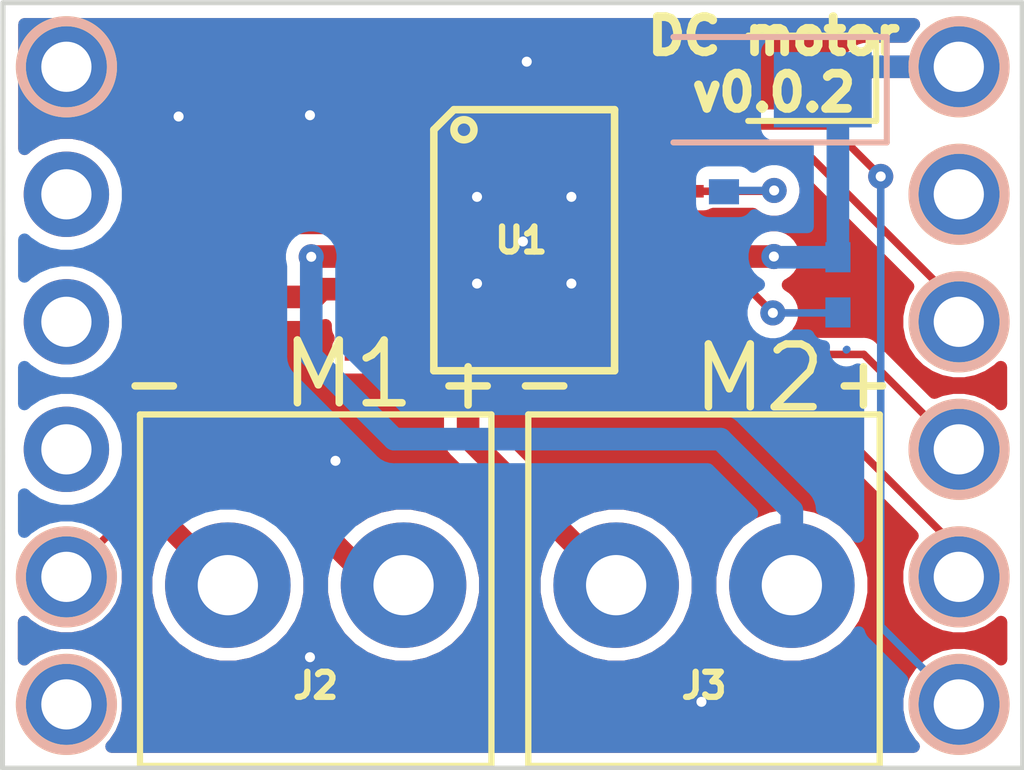
<source format=kicad_pcb>
(kicad_pcb (version 20171130) (host pcbnew "(5.1.6)-1")

  (general
    (thickness 1.6)
    (drawings 27)
    (tracks 102)
    (zones 0)
    (modules 11)
    (nets 22)
  )

  (page A4)
  (layers
    (0 F.Cu signal)
    (31 B.Cu signal)
    (32 B.Adhes user hide)
    (33 F.Adhes user hide)
    (34 B.Paste user hide)
    (35 F.Paste user hide)
    (36 B.SilkS user hide)
    (37 F.SilkS user)
    (38 B.Mask user hide)
    (39 F.Mask user hide)
    (40 Dwgs.User user hide)
    (41 Cmts.User user hide)
    (42 Eco1.User user hide)
    (43 Eco2.User user hide)
    (44 Edge.Cuts user)
    (45 Margin user hide)
    (46 B.CrtYd user)
    (47 F.CrtYd user)
    (48 B.Fab user)
    (49 F.Fab user)
  )

  (setup
    (last_trace_width 0.15)
    (user_trace_width 0.15)
    (user_trace_width 0.45)
    (trace_clearance 0.2)
    (zone_clearance 0.254)
    (zone_45_only no)
    (trace_min 0.15)
    (via_size 0.5)
    (via_drill 0.2)
    (via_min_size 0.2)
    (via_min_drill 0.2)
    (uvia_size 0.3)
    (uvia_drill 0.1)
    (uvias_allowed no)
    (uvia_min_size 0.2)
    (uvia_min_drill 0.1)
    (edge_width 0.15)
    (segment_width 0.2)
    (pcb_text_width 0.3)
    (pcb_text_size 1.5 1.5)
    (mod_edge_width 0.15)
    (mod_text_size 1 1)
    (mod_text_width 0.15)
    (pad_size 1.524 1.524)
    (pad_drill 0.762)
    (pad_to_mask_clearance 0)
    (solder_mask_min_width 0.25)
    (aux_axis_origin 0 0)
    (grid_origin 90.412501 5.335001)
    (visible_elements 7EFFEF7F)
    (pcbplotparams
      (layerselection 0x310ec_ffffffff)
      (usegerberextensions false)
      (usegerberattributes false)
      (usegerberadvancedattributes false)
      (creategerberjobfile false)
      (excludeedgelayer true)
      (linewidth 0.100000)
      (plotframeref false)
      (viasonmask false)
      (mode 1)
      (useauxorigin false)
      (hpglpennumber 1)
      (hpglpenspeed 20)
      (hpglpendiameter 15.000000)
      (psnegative false)
      (psa4output false)
      (plotreference true)
      (plotvalue true)
      (plotinvisibletext false)
      (padsonsilk false)
      (subtractmaskfromsilk false)
      (outputformat 1)
      (mirror false)
      (drillshape 0)
      (scaleselection 1)
      (outputdirectory "l0_DC_motor_Fab"))
  )

  (net 0 "")
  (net 1 +3V3)
  (net 2 /Robus_PS)
  (net 3 /NO_PWM2)
  (net 4 /NO_PWM1)
  (net 5 /NC_PWM1)
  (net 6 /~nSLEEP)
  (net 7 "Net-(J1-Pad9)")
  (net 8 /NC_PWM2)
  (net 9 "Net-(J1-Pad10)")
  (net 10 /~nFAULT)
  (net 11 "Net-(J1-Pad8)")
  (net 12 "Net-(R1-Pad1)")
  (net 13 GND)
  (net 14 "Net-(R2-Pad1)")
  (net 15 "Net-(R3-Pad1)")
  (net 16 "Net-(J2-Pad1)")
  (net 17 "Net-(J2-Pad2)")
  (net 18 "Net-(J3-Pad2)")
  (net 19 "Net-(J3-Pad1)")
  (net 20 "Net-(C2-Pad2)")
  (net 21 "Net-(C3-Pad1)")

  (net_class Default "Ceci est la Netclass par défaut."
    (clearance 0.2)
    (trace_width 0.15)
    (via_dia 0.5)
    (via_drill 0.2)
    (uvia_dia 0.3)
    (uvia_drill 0.1)
    (add_net +3V3)
    (add_net /NC_PWM1)
    (add_net /NC_PWM2)
    (add_net /NO_PWM1)
    (add_net /NO_PWM2)
    (add_net /Robus_PS)
    (add_net /~nFAULT)
    (add_net /~nSLEEP)
    (add_net GND)
    (add_net "Net-(C2-Pad2)")
    (add_net "Net-(C3-Pad1)")
    (add_net "Net-(J1-Pad10)")
    (add_net "Net-(J1-Pad8)")
    (add_net "Net-(J1-Pad9)")
    (add_net "Net-(R1-Pad1)")
    (add_net "Net-(R2-Pad1)")
    (add_net "Net-(R3-Pad1)")
  )

  (net_class Moteur ""
    (clearance 0.2)
    (trace_width 0.45)
    (via_dia 0.5)
    (via_drill 0.2)
    (uvia_dia 0.3)
    (uvia_drill 0.1)
    (add_net "Net-(J2-Pad1)")
    (add_net "Net-(J2-Pad2)")
    (add_net "Net-(J3-Pad1)")
    (add_net "Net-(J3-Pad2)")
  )

  (module Common_Footprint:l0_Shield_Socket (layer F.Cu) (tedit 5C657850) (tstamp 5F98AECF)
    (at 99.300001 -1.014999)
    (path /5A9D7FAF)
    (fp_text reference J1 (at 0 0.5) (layer F.SilkS) hide
      (effects (font (size 1 1) (thickness 0.15)))
    )
    (fp_text value l0_Shield_Socket (at 0 -0.5) (layer F.Fab) hide
      (effects (font (size 1 1) (thickness 0.15)))
    )
    (fp_line (start 10.15 -7.625) (end 10.16 7.62) (layer Edge.Cuts) (width 0.1))
    (fp_line (start -10.16 7.62) (end 10.16 7.62) (layer Edge.Cuts) (width 0.1))
    (fp_line (start -10.15 -7.625) (end 10.15 -7.625) (layer Edge.Cuts) (width 0.1))
    (fp_line (start -10.15 -7.625) (end -10.16 7.62) (layer Edge.Cuts) (width 0.1))
    (pad 5 thru_hole circle (at 8.8875 -3.81 270) (size 1.7 1.7) (drill 1) (layers *.Cu *.Mask)
      (net 1 +3V3))
    (pad 6 thru_hole circle (at 8.8875 -6.35 270) (size 1.7 1.7) (drill 1) (layers *.Cu *.Mask)
      (net 2 /Robus_PS))
    (pad 2 thru_hole circle (at 8.8875 3.81 270) (size 1.7 1.7) (drill 1) (layers *.Cu *.Mask)
      (net 3 /NO_PWM2))
    (pad 4 thru_hole circle (at 8.8875 -1.27 270) (size 1.7 1.7) (drill 1) (layers *.Cu *.Mask)
      (net 4 /NO_PWM1))
    (pad 1 thru_hole circle (at 8.8875 6.35 270) (size 1.7 1.7) (drill 1) (layers *.Cu *.Mask)
      (net 5 /NC_PWM1))
    (pad 7 thru_hole circle (at -8.8875 -6.35 270) (size 1.7 1.7) (drill 1) (layers *.Cu *.Mask)
      (net 13 GND))
    (pad 11 thru_hole circle (at -8.8875 3.81 270) (size 1.7 1.7) (drill 1) (layers *.Cu *.Mask)
      (net 6 /~nSLEEP))
    (pad 9 thru_hole circle (at -8.8875 -1.27 270) (size 1.7 1.7) (drill 1) (layers *.Cu *.Mask)
      (net 7 "Net-(J1-Pad9)"))
    (pad 3 thru_hole circle (at 8.8875 1.27 270) (size 1.7 1.7) (drill 1) (layers *.Cu *.Mask)
      (net 8 /NC_PWM2))
    (pad 10 thru_hole circle (at -8.8875 1.27 270) (size 1.7 1.7) (drill 1) (layers *.Cu *.Mask)
      (net 9 "Net-(J1-Pad10)"))
    (pad 12 thru_hole circle (at -8.8875 6.35 270) (size 1.7 1.7) (drill 1) (layers *.Cu *.Mask)
      (net 10 /~nFAULT))
    (pad 8 thru_hole circle (at -8.8875 -3.81 270) (size 1.7 1.7) (drill 1) (layers *.Cu *.Mask)
      (net 11 "Net-(J1-Pad8)"))
  )

  (module Common_Footprint:R_0603 (layer F.Cu) (tedit 5AB3A492) (tstamp 5F98ADFC)
    (at 94.070101 -5.688599 90)
    (descr "Resistor SMD 0603, reflow soldering, Vishay (see dcrcw.pdf)")
    (tags "resistor 0603")
    (path /5A9FF4C1)
    (attr smd)
    (fp_text reference R3 (at 0 -1.45 90) (layer F.SilkS) hide
      (effects (font (size 1 1) (thickness 0.15)))
    )
    (fp_text value 300m (at 0 1.5 90) (layer F.Fab) hide
      (effects (font (size 1 1) (thickness 0.15)))
    )
    (fp_line (start -0.8 0.4) (end -0.8 -0.4) (layer F.Fab) (width 0.1))
    (fp_line (start 0.8 0.4) (end -0.8 0.4) (layer F.Fab) (width 0.1))
    (fp_line (start 0.8 -0.4) (end 0.8 0.4) (layer F.Fab) (width 0.1))
    (fp_line (start -0.8 -0.4) (end 0.8 -0.4) (layer F.Fab) (width 0.1))
    (fp_line (start -1.25 -0.7) (end 1.25 -0.7) (layer F.CrtYd) (width 0.05))
    (fp_line (start -1.25 -0.7) (end -1.25 0.7) (layer F.CrtYd) (width 0.05))
    (fp_line (start 1.25 0.7) (end 1.25 -0.7) (layer F.CrtYd) (width 0.05))
    (fp_line (start 1.25 0.7) (end -1.25 0.7) (layer F.CrtYd) (width 0.05))
    (fp_text user %R (at 0 0 90) (layer F.Fab)
      (effects (font (size 0.4 0.4) (thickness 0.075)))
    )
    (pad 2 smd rect (at 0.75 0 90) (size 0.5 0.9) (layers F.Cu F.Paste F.Mask)
      (net 13 GND))
    (pad 1 smd rect (at -0.75 0 90) (size 0.5 0.9) (layers F.Cu F.Paste F.Mask)
      (net 15 "Net-(R3-Pad1)"))
    (model ${KISYS3DMOD}/0603_SMD_Resistor.step
      (at (xyz 0 0 0))
      (scale (xyz 1 1 1))
      (rotate (xyz 0 0 0))
    )
  )

  (module Common_Footprint:D_SOD-323F (layer F.Cu) (tedit 5D513BB9) (tstamp 5F9817FB)
    (at 105.042901 -7.136399 180)
    (descr "SOD-323F http://www.nxp.com/documents/outline_drawing/SOD323F.pdf")
    (tags SOD-323F)
    (path /5F9922A6)
    (attr smd)
    (fp_text reference D1 (at 0 -1.85) (layer F.SilkS) hide
      (effects (font (size 1 1) (thickness 0.15)))
    )
    (fp_text value D_Zener (at 0.1 1.9) (layer F.Fab) hide
      (effects (font (size 1 1) (thickness 0.15)))
    )
    (fp_line (start -1.5 -0.85) (end -1.5 0.85) (layer F.SilkS) (width 0.12))
    (fp_line (start 0.2 0) (end 0.45 0) (layer F.Fab) (width 0.1))
    (fp_line (start 0.2 0.35) (end -0.3 0) (layer F.Fab) (width 0.1))
    (fp_line (start 0.2 -0.35) (end 0.2 0.35) (layer F.Fab) (width 0.1))
    (fp_line (start -0.3 0) (end 0.2 -0.35) (layer F.Fab) (width 0.1))
    (fp_line (start -0.3 0) (end -0.5 0) (layer F.Fab) (width 0.1))
    (fp_line (start -0.3 -0.35) (end -0.3 0.35) (layer F.Fab) (width 0.1))
    (fp_line (start -0.9 0.7) (end -0.9 -0.7) (layer F.Fab) (width 0.1))
    (fp_line (start 0.9 0.7) (end -0.9 0.7) (layer F.Fab) (width 0.1))
    (fp_line (start 0.9 -0.7) (end 0.9 0.7) (layer F.Fab) (width 0.1))
    (fp_line (start -0.9 -0.7) (end 0.9 -0.7) (layer F.Fab) (width 0.1))
    (fp_line (start -1.6 -0.95) (end 1.6 -0.95) (layer F.CrtYd) (width 0.05))
    (fp_line (start 1.6 -0.95) (end 1.6 0.95) (layer F.CrtYd) (width 0.05))
    (fp_line (start -1.6 0.95) (end 1.6 0.95) (layer F.CrtYd) (width 0.05))
    (fp_line (start -1.6 -0.95) (end -1.6 0.95) (layer F.CrtYd) (width 0.05))
    (fp_line (start -1.5 0.85) (end 1.05 0.85) (layer F.SilkS) (width 0.12))
    (fp_line (start -1.5 -0.85) (end 1.05 -0.85) (layer F.SilkS) (width 0.12))
    (fp_text user %R (at 0 -1.016) (layer F.Fab)
      (effects (font (size 0.4 0.4) (thickness 0.1)))
    )
    (pad 1 smd rect (at -1.1 0 180) (size 0.5 0.5) (layers F.Cu F.Paste F.Mask)
      (net 2 /Robus_PS))
    (pad 2 smd rect (at 1.1 0 180) (size 0.5 0.5) (layers F.Cu F.Paste F.Mask)
      (net 13 GND))
    (model ${KISYS3DMOD}/SOD-323F.STEP
      (offset (xyz -1.099999983479657 0 0))
      (scale (xyz 1 1 1))
      (rotate (xyz 0 0 0))
    )
  )

  (module Common_Footprint:1776275-2 (layer F.Cu) (tedit 5B589473) (tstamp 5A9D22C7)
    (at 95.378201 2.960101)
    (path /5A9E07C2)
    (fp_text reference J2 (at 0 2) (layer F.SilkS)
      (effects (font (size 0.5 0.5) (thickness 0.125)))
    )
    (fp_text value 1776275-2 (at 0.2 -4.4) (layer F.Fab) hide
      (effects (font (size 1 1) (thickness 0.15)))
    )
    (fp_line (start -3.5 -3.4) (end -3.5 3.6) (layer F.SilkS) (width 0.125))
    (fp_line (start 3.5 -3.4) (end -3.5 -3.4) (layer F.SilkS) (width 0.125))
    (fp_line (start 3.5 3.6) (end 3.5 -3.4) (layer F.SilkS) (width 0.125))
    (fp_line (start -3.5 3.6) (end 3.5 3.6) (layer F.SilkS) (width 0.125))
    (pad 1 thru_hole circle (at -1.75 0) (size 2.5 2.5) (drill 1.2) (layers *.Cu *.Mask)
      (net 16 "Net-(J2-Pad1)"))
    (pad 2 thru_hole circle (at 1.75 0 180) (size 2.5 2.5) (drill 1.2) (layers *.Cu *.Mask)
      (net 17 "Net-(J2-Pad2)"))
    (model ${KISYS3DMOD}/c-1776275-2-a-3d.step
      (at (xyz 0 0 0))
      (scale (xyz 1 1 1))
      (rotate (xyz 0 0 0))
    )
  )

  (module Common_Footprint:1776275-2 (layer F.Cu) (tedit 5B589473) (tstamp 5A9D23E7)
    (at 103.112501 2.960101)
    (path /5A9E0ACD)
    (fp_text reference J3 (at 0 2) (layer F.SilkS)
      (effects (font (size 0.5 0.5) (thickness 0.125)))
    )
    (fp_text value 1776275-2 (at 0.2 -4.4) (layer F.Fab) hide
      (effects (font (size 1 1) (thickness 0.15)))
    )
    (fp_line (start -3.5 -3.4) (end -3.5 3.6) (layer F.SilkS) (width 0.125))
    (fp_line (start 3.5 -3.4) (end -3.5 -3.4) (layer F.SilkS) (width 0.125))
    (fp_line (start 3.5 3.6) (end 3.5 -3.4) (layer F.SilkS) (width 0.125))
    (fp_line (start -3.5 3.6) (end 3.5 3.6) (layer F.SilkS) (width 0.125))
    (pad 1 thru_hole circle (at -1.75 0) (size 2.5 2.5) (drill 1.2) (layers *.Cu *.Mask)
      (net 19 "Net-(J3-Pad1)"))
    (pad 2 thru_hole circle (at 1.75 0 180) (size 2.5 2.5) (drill 1.2) (layers *.Cu *.Mask)
      (net 18 "Net-(J3-Pad2)"))
    (model ${KISYS3DMOD}/c-1776275-2-a-3d.step
      (at (xyz 0 0 0))
      (scale (xyz 1 1 1))
      (rotate (xyz 0 0 0))
    )
  )

  (module Common_Footprint:R_0402_NoSilk (layer F.Cu) (tedit 5E8B6747) (tstamp 5F98412A)
    (at 96.279901 -7.212599 180)
    (descr "Resistor SMD 0402, reflow soldering, Vishay (see dcrcw.pdf)")
    (tags "resistor 0402")
    (path /5A9DF2DE)
    (attr smd)
    (fp_text reference R1 (at -1.524 0 180) (layer F.Fab)
      (effects (font (size 0.75 0.75) (thickness 0.125)))
    )
    (fp_text value 20k (at 0 1.25 180) (layer F.Fab) hide
      (effects (font (size 1 1) (thickness 0.15)))
    )
    (fp_line (start -0.5 0.25) (end -0.5 -0.25) (layer F.Fab) (width 0.1))
    (fp_line (start 0.5 0.25) (end -0.5 0.25) (layer F.Fab) (width 0.1))
    (fp_line (start 0.5 -0.25) (end 0.5 0.25) (layer F.Fab) (width 0.1))
    (fp_line (start -0.5 -0.25) (end 0.5 -0.25) (layer F.Fab) (width 0.1))
    (fp_line (start -0.8 -0.45) (end 0.8 -0.45) (layer F.CrtYd) (width 0.05))
    (fp_line (start -0.8 -0.45) (end -0.8 0.45) (layer F.CrtYd) (width 0.05))
    (fp_line (start 0.8 0.45) (end 0.8 -0.45) (layer F.CrtYd) (width 0.05))
    (fp_line (start 0.8 0.45) (end -0.8 0.45) (layer F.CrtYd) (width 0.05))
    (pad 2 smd rect (at 0.45 0 180) (size 0.4 0.6) (layers F.Cu F.Paste F.Mask)
      (net 6 /~nSLEEP))
    (pad 1 smd rect (at -0.45 0 180) (size 0.4 0.6) (layers F.Cu F.Paste F.Mask)
      (net 12 "Net-(R1-Pad1)"))
    (model "${KISYS3DMOD}/0402 SMD Resistor.step"
      (at (xyz 0 0 0))
      (scale (xyz 1 1 1))
      (rotate (xyz 0 0 90))
    )
  )

  (module Common_Footprint:R_0603 (layer F.Cu) (tedit 5AB3A492) (tstamp 5F98B0AD)
    (at 94.095501 -2.030999 270)
    (descr "Resistor SMD 0603, reflow soldering, Vishay (see dcrcw.pdf)")
    (tags "resistor 0603")
    (path /5A9DE2E6)
    (attr smd)
    (fp_text reference R2 (at 0 -1.45 270) (layer F.SilkS) hide
      (effects (font (size 1 1) (thickness 0.15)))
    )
    (fp_text value 300m (at 0 1.5 270) (layer F.Fab) hide
      (effects (font (size 1 1) (thickness 0.15)))
    )
    (fp_line (start -0.8 0.4) (end -0.8 -0.4) (layer F.Fab) (width 0.1))
    (fp_line (start 0.8 0.4) (end -0.8 0.4) (layer F.Fab) (width 0.1))
    (fp_line (start 0.8 -0.4) (end 0.8 0.4) (layer F.Fab) (width 0.1))
    (fp_line (start -0.8 -0.4) (end 0.8 -0.4) (layer F.Fab) (width 0.1))
    (fp_line (start -1.25 -0.7) (end 1.25 -0.7) (layer F.CrtYd) (width 0.05))
    (fp_line (start -1.25 -0.7) (end -1.25 0.7) (layer F.CrtYd) (width 0.05))
    (fp_line (start 1.25 0.7) (end 1.25 -0.7) (layer F.CrtYd) (width 0.05))
    (fp_line (start 1.25 0.7) (end -1.25 0.7) (layer F.CrtYd) (width 0.05))
    (fp_text user %R (at 0 0 270) (layer F.Fab)
      (effects (font (size 0.4 0.4) (thickness 0.075)))
    )
    (pad 2 smd rect (at 0.75 0 270) (size 0.5 0.9) (layers F.Cu F.Paste F.Mask)
      (net 13 GND))
    (pad 1 smd rect (at -0.75 0 270) (size 0.5 0.9) (layers F.Cu F.Paste F.Mask)
      (net 14 "Net-(R2-Pad1)"))
    (model ${KISYS3DMOD}/0603_SMD_Resistor.step
      (at (xyz 0 0 0))
      (scale (xyz 1 1 1))
      (rotate (xyz 0 0 0))
    )
  )

  (module Common_Footprint:CP_Tantalum_Case-S_EIA-3216-12_Reflow (layer B.Cu) (tedit 5A9D1F82) (tstamp 5F982F30)
    (at 104.103101 -6.907799 180)
    (descr "Tantalum capacitor, Case S, EIA 3216-12, 3.2x1.6x1.2mm, Reflow soldering footprint")
    (tags "capacitor tantalum smd")
    (path /5A9DDF73)
    (attr smd)
    (fp_text reference C1 (at 0 2.55 180) (layer B.SilkS) hide
      (effects (font (size 1 1) (thickness 0.15)) (justify mirror))
    )
    (fp_text value 10µF (at 0 -2.55 180) (layer B.Fab) hide
      (effects (font (size 1 1) (thickness 0.15)) (justify mirror))
    )
    (fp_line (start -2.65 1.05) (end -2.65 -1.05) (layer B.SilkS) (width 0.12))
    (fp_line (start -2.65 -1.05) (end 1.6 -1.05) (layer B.SilkS) (width 0.12))
    (fp_line (start -2.65 1.05) (end 1.6 1.05) (layer B.SilkS) (width 0.12))
    (fp_line (start -1.12 0.8) (end -1.12 -0.8) (layer B.Fab) (width 0.1))
    (fp_line (start -1.28 0.8) (end -1.28 -0.8) (layer B.Fab) (width 0.1))
    (fp_line (start 1.6 0.8) (end -1.6 0.8) (layer B.Fab) (width 0.1))
    (fp_line (start 1.6 -0.8) (end 1.6 0.8) (layer B.Fab) (width 0.1))
    (fp_line (start -1.6 -0.8) (end 1.6 -0.8) (layer B.Fab) (width 0.1))
    (fp_line (start -1.6 0.8) (end -1.6 -0.8) (layer B.Fab) (width 0.1))
    (fp_line (start 2.75 1.2) (end -2.75 1.2) (layer B.CrtYd) (width 0.05))
    (fp_line (start 2.75 -1.2) (end 2.75 1.2) (layer B.CrtYd) (width 0.05))
    (fp_line (start -2.75 -1.2) (end 2.75 -1.2) (layer B.CrtYd) (width 0.05))
    (fp_line (start -2.75 1.2) (end -2.75 -1.2) (layer B.CrtYd) (width 0.05))
    (fp_text user %R (at 0 0 180) (layer B.Fab)
      (effects (font (size 0.7 0.7) (thickness 0.105)) (justify mirror))
    )
    (pad 1 smd rect (at -1.375 0 180) (size 1.95 1.5) (layers B.Cu B.Paste B.Mask)
      (net 2 /Robus_PS))
    (pad 2 smd rect (at 1.375 0 180) (size 1.95 1.5) (layers B.Cu B.Paste B.Mask)
      (net 13 GND))
    (model ${KISYS3DMOD}/CP_EIA-3216-18_Kemet-A.step
      (at (xyz 0 0 0))
      (scale (xyz 1 1 1))
      (rotate (xyz 0 0 0))
    )
  )

  (module Common_Footprint:HTSSOP-16 (layer F.Cu) (tedit 5A9D1D7F) (tstamp 5F98ACF2)
    (at 99.531101 -3.910599 270)
    (path /5A9D7EF9)
    (fp_text reference U1 (at 0.0012 0.06) (layer F.SilkS)
      (effects (font (size 0.5 0.5) (thickness 0.125)))
    )
    (fp_text value DRV8833 (at 0.762 -0.0508 180) (layer F.Fab)
      (effects (font (size 1 1) (thickness 0.15)))
    )
    (fp_line (start 2.6 -1.8) (end 2.6 1.8) (layer F.SilkS) (width 0.15))
    (fp_line (start -2.6 -1.8) (end 2.6 -1.8) (layer F.SilkS) (width 0.15))
    (fp_line (start -2.6 1.4) (end -2.6 -1.8) (layer F.SilkS) (width 0.15))
    (fp_line (start -2.2 1.8) (end -2.6 1.4) (layer F.SilkS) (width 0.15))
    (fp_line (start 2.6 1.8) (end -2.2 1.8) (layer F.SilkS) (width 0.15))
    (fp_circle (center -2.2 1.2) (end -2 1.2) (layer F.SilkS) (width 0.15))
    (pad 16 smd rect (at -2.275 -2.8 270) (size 0.25 1.55) (layers F.Cu F.Paste F.Mask)
      (net 5 /NC_PWM1))
    (pad 15 smd rect (at -1.625 -2.8 270) (size 0.25 1.55) (layers F.Cu F.Paste F.Mask)
      (net 4 /NO_PWM1))
    (pad 14 smd rect (at -0.975 -2.8 270) (size 0.25 1.55) (layers F.Cu F.Paste F.Mask)
      (net 21 "Net-(C3-Pad1)"))
    (pad 13 smd rect (at -0.325 -2.8 270) (size 0.25 1.55) (layers F.Cu F.Paste F.Mask)
      (net 13 GND))
    (pad 12 smd rect (at 0.325 -2.8 270) (size 0.25 1.55) (layers F.Cu F.Paste F.Mask)
      (net 2 /Robus_PS))
    (pad 11 smd rect (at 0.975 -2.8 270) (size 0.25 1.55) (layers F.Cu F.Paste F.Mask)
      (net 20 "Net-(C2-Pad2)"))
    (pad 10 smd rect (at 1.625 -2.8 270) (size 0.25 1.55) (layers F.Cu F.Paste F.Mask)
      (net 3 /NO_PWM2))
    (pad 9 smd rect (at 2.275 -2.8 270) (size 0.25 1.55) (layers F.Cu F.Paste F.Mask)
      (net 8 /NC_PWM2))
    (pad 8 smd rect (at 2.275 2.8 270) (size 0.25 1.55) (layers F.Cu F.Paste F.Mask)
      (net 10 /~nFAULT))
    (pad 7 smd rect (at 1.625 2.8 270) (size 0.25 1.55) (layers F.Cu F.Paste F.Mask)
      (net 19 "Net-(J3-Pad1)"))
    (pad 6 smd rect (at 0.975 2.8 270) (size 0.25 1.55) (layers F.Cu F.Paste F.Mask)
      (net 14 "Net-(R2-Pad1)"))
    (pad 5 smd rect (at 0.325 2.8 270) (size 0.25 1.55) (layers F.Cu F.Paste F.Mask)
      (net 18 "Net-(J3-Pad2)"))
    (pad 4 smd rect (at -0.325 2.8 270) (size 0.25 1.55) (layers F.Cu F.Paste F.Mask)
      (net 17 "Net-(J2-Pad2)"))
    (pad 3 smd rect (at -0.975 2.8 270) (size 0.25 1.55) (layers F.Cu F.Paste F.Mask)
      (net 15 "Net-(R3-Pad1)"))
    (pad 2 smd rect (at -1.625 2.8 270) (size 0.25 1.55) (layers F.Cu F.Paste F.Mask)
      (net 16 "Net-(J2-Pad1)"))
    (pad 1 smd rect (at -2.275 2.8 270) (size 0.25 1.55) (layers F.Cu F.Paste F.Mask)
      (net 12 "Net-(R1-Pad1)"))
    (pad 13 smd rect (at 0 0 270) (size 2.31 2.46) (layers F.Cu F.Paste F.Mask)
      (net 13 GND))
    (model ${KISYS3DMOD}/TSSOP-16.step
      (at (xyz 0 0 0))
      (scale (xyz 1 1 1))
      (rotate (xyz 0 0 -90))
    )
  )

  (module Common_Footprint:C_0402_NoSilk (layer B.Cu) (tedit 5E8B679F) (tstamp 5F983F04)
    (at 102.960101 -4.875799 180)
    (descr "Capacitor SMD 0402, reflow soldering, AVX (see smccp.pdf)")
    (tags "capacitor 0402")
    (path /5A9DE5DC)
    (attr smd)
    (fp_text reference C3 (at 0 1.27 180) (layer B.SilkS) hide
      (effects (font (size 1 1) (thickness 0.15)) (justify mirror))
    )
    (fp_text value 2,2µF (at 0 -1.27 180) (layer B.Fab) hide
      (effects (font (size 1 1) (thickness 0.15)) (justify mirror))
    )
    (fp_line (start 1 -0.4) (end -1 -0.4) (layer B.CrtYd) (width 0.05))
    (fp_line (start 1 -0.4) (end 1 0.4) (layer B.CrtYd) (width 0.05))
    (fp_line (start -1 0.4) (end -1 -0.4) (layer B.CrtYd) (width 0.05))
    (fp_line (start -1 0.4) (end 1 0.4) (layer B.CrtYd) (width 0.05))
    (fp_line (start -0.5 0.25) (end 0.5 0.25) (layer B.Fab) (width 0.1))
    (fp_line (start 0.5 0.25) (end 0.5 -0.25) (layer B.Fab) (width 0.1))
    (fp_line (start 0.5 -0.25) (end -0.5 -0.25) (layer B.Fab) (width 0.1))
    (fp_line (start -0.5 -0.25) (end -0.5 0.25) (layer B.Fab) (width 0.1))
    (fp_text user %R (at -0.01 -0.01 180) (layer B.Fab)
      (effects (font (size 0.3 0.3) (thickness 0.075)) (justify mirror))
    )
    (pad 1 smd rect (at -0.55 0 180) (size 0.6 0.5) (layers B.Cu B.Paste B.Mask)
      (net 21 "Net-(C3-Pad1)"))
    (pad 2 smd rect (at 0.55 0 180) (size 0.6 0.5) (layers B.Cu B.Paste B.Mask)
      (net 13 GND))
    (model "${KISYS3DMOD}/0402 SMD Capacitor.step"
      (at (xyz 0 0 0))
      (scale (xyz 1 1 1))
      (rotate (xyz -90 0 0))
    )
  )

  (module Common_Footprint:C_0402_NoSilk (layer B.Cu) (tedit 5E8B679F) (tstamp 5F98B4E4)
    (at 105.779501 -3.021599 270)
    (descr "Capacitor SMD 0402, reflow soldering, AVX (see smccp.pdf)")
    (tags "capacitor 0402")
    (path /5A9D80E5)
    (attr smd)
    (fp_text reference C2 (at 0 1.27 270) (layer B.SilkS) hide
      (effects (font (size 1 1) (thickness 0.15)) (justify mirror))
    )
    (fp_text value 10nF (at 0 -1.27 270) (layer B.Fab) hide
      (effects (font (size 1 1) (thickness 0.15)) (justify mirror))
    )
    (fp_line (start 1 -0.4) (end -1 -0.4) (layer B.CrtYd) (width 0.05))
    (fp_line (start 1 -0.4) (end 1 0.4) (layer B.CrtYd) (width 0.05))
    (fp_line (start -1 0.4) (end -1 -0.4) (layer B.CrtYd) (width 0.05))
    (fp_line (start -1 0.4) (end 1 0.4) (layer B.CrtYd) (width 0.05))
    (fp_line (start -0.5 0.25) (end 0.5 0.25) (layer B.Fab) (width 0.1))
    (fp_line (start 0.5 0.25) (end 0.5 -0.25) (layer B.Fab) (width 0.1))
    (fp_line (start 0.5 -0.25) (end -0.5 -0.25) (layer B.Fab) (width 0.1))
    (fp_line (start -0.5 -0.25) (end -0.5 0.25) (layer B.Fab) (width 0.1))
    (fp_text user %R (at -0.01 -0.01 270) (layer B.Fab)
      (effects (font (size 0.3 0.3) (thickness 0.075)))
    )
    (pad 1 smd rect (at -0.55 0 270) (size 0.6 0.5) (layers B.Cu B.Paste B.Mask)
      (net 2 /Robus_PS))
    (pad 2 smd rect (at 0.55 0 270) (size 0.6 0.5) (layers B.Cu B.Paste B.Mask)
      (net 20 "Net-(C2-Pad2)"))
    (model "${KISYS3DMOD}/0402 SMD Capacitor.step"
      (at (xyz 0 0 0))
      (scale (xyz 1 1 1))
      (rotate (xyz -90 0 0))
    )
  )

  (gr_text "DC motor\nv0.0.2" (at 104.502501 -7.414999) (layer F.SilkS)
    (effects (font (size 0.7 0.7) (thickness 0.175)))
  )
  (dimension 20.32 (width 0.3) (layer Dwgs.User)
    (gr_text "20,320 mm" (at 99.302501 10.495001) (layer Dwgs.User)
      (effects (font (size 1.5 1.5) (thickness 0.3)))
    )
    (feature1 (pts (xy 109.462501 6.605001) (xy 109.462501 11.845001)))
    (feature2 (pts (xy 89.142501 6.605001) (xy 89.142501 11.845001)))
    (crossbar (pts (xy 89.142501 9.145001) (xy 109.462501 9.145001)))
    (arrow1a (pts (xy 109.462501 9.145001) (xy 108.335997 9.731422)))
    (arrow1b (pts (xy 109.462501 9.145001) (xy 108.335997 8.55858)))
    (arrow2a (pts (xy 89.142501 9.145001) (xy 90.269005 9.731422)))
    (arrow2b (pts (xy 89.142501 9.145001) (xy 90.269005 8.55858)))
  )
  (dimension 15.24 (width 0.3) (layer Dwgs.User)
    (gr_text "15,240 mm" (at 83.982501 -1.014999 90) (layer Dwgs.User)
      (effects (font (size 1.5 1.5) (thickness 0.3)))
    )
    (feature1 (pts (xy 89.142501 -8.634999) (xy 82.632501 -8.634999)))
    (feature2 (pts (xy 89.142501 6.605001) (xy 82.632501 6.605001)))
    (crossbar (pts (xy 85.332501 6.605001) (xy 85.332501 -8.634999)))
    (arrow1a (pts (xy 85.332501 -8.634999) (xy 85.918922 -7.508495)))
    (arrow1b (pts (xy 85.332501 -8.634999) (xy 84.74608 -7.508495)))
    (arrow2a (pts (xy 85.332501 6.605001) (xy 85.918922 5.478497)))
    (arrow2b (pts (xy 85.332501 6.605001) (xy 84.74608 5.478497)))
  )
  (gr_text - (at 92.162501 -1.082099) (layer F.SilkS) (tstamp 5A9EC050)
    (effects (font (size 1 1) (thickness 0.15)))
  )
  (gr_text - (at 99.937501 -1.082099) (layer F.SilkS) (tstamp 5A9EBF63)
    (effects (font (size 1 1) (thickness 0.15)))
  )
  (gr_text + (at 98.413501 -1.082099) (layer F.SilkS) (tstamp 5A9EBE3B)
    (effects (font (size 1 1) (thickness 0.15)))
  )
  (gr_text + (at 106.287501 -1.082099) (layer F.SilkS)
    (effects (font (size 1 1) (thickness 0.15)))
  )
  (gr_text M2 (at 104.212501 -1.164999) (layer F.SilkS) (tstamp 5A9EBC1C)
    (effects (font (size 1.25 1.25) (thickness 0.15)))
  )
  (gr_text M1 (at 96.025901 -1.243599) (layer F.SilkS)
    (effects (font (size 1.25 1.25) (thickness 0.15)))
  )
  (gr_circle (center 108.192501 5.335001) (end 109.1 5.335001) (layer B.SilkS) (width 0.2) (tstamp 5A9EB6EA))
  (gr_circle (center 108.192501 2.795001) (end 109.1 2.795001) (layer B.SilkS) (width 0.2) (tstamp 5A9EB6EA))
  (gr_circle (center 108.192501 0.255001) (end 109.1 0.255001) (layer B.SilkS) (width 0.2) (tstamp 5A9EB6EA))
  (gr_circle (center 108.192501 -2.284999) (end 109.1 -2.284999) (layer B.SilkS) (width 0.2) (tstamp 5A9EB6EA))
  (gr_circle (center 108.192501 -4.824999) (end 109.1 -4.824999) (layer B.SilkS) (width 0.2) (tstamp 5A9EB6EA))
  (gr_circle (center 108.192501 -7.364999) (end 109.1 -7.364999) (layer B.SilkS) (width 0.2) (tstamp 5A9EB6EA))
  (gr_circle (center 90.412501 -7.364999) (end 91.32 -7.364999) (layer B.SilkS) (width 0.2) (tstamp 5A9EB6EA))
  (gr_circle (center 90.412501 2.795001) (end 91.32 2.795001) (layer B.SilkS) (width 0.2) (tstamp 5A9EB6EA))
  (gr_circle (center 90.412501 5.335001) (end 91.32 5.335001) (layer B.SilkS) (width 0.2) (tstamp 5A9EB422))
  (gr_circle (center 90.412501 -7.364999) (end 91.32 -7.364999) (layer F.SilkS) (width 0.2) (tstamp 5A9EB422))
  (gr_circle (center 90.412501 2.795001) (end 91.32 2.795001) (layer F.SilkS) (width 0.2) (tstamp 5A9EB422))
  (gr_circle (center 90.412501 5.335001) (end 91.32 5.335001) (layer F.SilkS) (width 0.2) (tstamp 5A9EB422))
  (gr_circle (center 108.192501 5.335001) (end 109.1 5.335001) (layer F.SilkS) (width 0.2) (tstamp 5A9EB422))
  (gr_circle (center 108.192501 2.795001) (end 109.1 2.795001) (layer F.SilkS) (width 0.2) (tstamp 5A9EB422))
  (gr_circle (center 108.192501 0.255001) (end 109.1 0.255001) (layer F.SilkS) (width 0.2) (tstamp 5A9EB422))
  (gr_circle (center 108.192501 -2.284999) (end 109.1 -2.284999) (layer F.SilkS) (width 0.2) (tstamp 5A9EB422))
  (gr_circle (center 108.192501 -7.364999) (end 109.1 -7.364999) (layer F.SilkS) (width 0.2) (tstamp 5A9EB422))
  (gr_circle (center 108.192501 -4.824999) (end 109.1 -4.824999) (layer F.SilkS) (width 0.2) (tstamp 5A9EAF5A))

  (via (at 99.505701 -3.885199) (size 0.5) (drill 0.2) (layers F.Cu B.Cu) (net 13))
  (via (at 98.591301 -3.046999) (size 0.5) (drill 0.2) (layers F.Cu B.Cu) (net 13))
  (via (at 100.470901 -3.046999) (size 0.5) (drill 0.2) (layers F.Cu B.Cu) (net 13))
  (via (at 100.470901 -4.774199) (size 0.5) (drill 0.2) (layers F.Cu B.Cu) (net 13))
  (via (at 98.591301 -4.774199) (size 0.5) (drill 0.2) (layers F.Cu B.Cu) (net 13))
  (segment (start 105.779501 -6.809599) (end 105.478101 -7.110999) (width 0.45) (layer B.Cu) (net 2))
  (segment (start 105.779501 -6.530199) (end 105.478101 -6.831599) (width 0.45) (layer B.Cu) (net 2))
  (segment (start 105.935301 -7.364999) (end 105.478101 -6.907799) (width 0.45) (layer B.Cu) (net 2))
  (segment (start 108.187501 -7.364999) (end 105.935301 -7.364999) (width 0.45) (layer B.Cu) (net 2))
  (segment (start 105.478101 -6.907799) (end 105.478101 -6.831599) (width 0.45) (layer B.Cu) (net 2))
  (segment (start 105.478101 -6.907799) (end 105.677901 -6.907799) (width 0.45) (layer B.Cu) (net 2))
  (segment (start 105.677901 -6.907799) (end 105.957301 -6.628399) (width 0.45) (layer B.Cu) (net 2))
  (segment (start 106.371501 -7.364999) (end 106.142901 -7.136399) (width 0.45) (layer F.Cu) (net 2))
  (segment (start 108.187501 -7.364999) (end 106.371501 -7.364999) (width 0.45) (layer F.Cu) (net 2))
  (segment (start 105.779501 -6.606399) (end 105.478101 -6.907799) (width 0.45) (layer B.Cu) (net 2))
  (segment (start 105.779501 -3.571599) (end 105.779501 -6.606399) (width 0.45) (layer B.Cu) (net 2))
  (via (at 104.504319 -3.585599) (size 0.5) (drill 0.2) (layers F.Cu B.Cu) (net 2))
  (segment (start 102.331101 -3.585599) (end 104.504319 -3.585599) (width 0.45) (layer F.Cu) (net 2))
  (segment (start 104.518319 -3.571599) (end 104.504319 -3.585599) (width 0.45) (layer B.Cu) (net 2))
  (segment (start 105.779501 -3.571599) (end 104.518319 -3.571599) (width 0.45) (layer B.Cu) (net 2))
  (segment (start 108.187501 2.790001) (end 108.187501 2.795001) (width 0.45) (layer F.Cu) (net 3))
  (segment (start 108.187501 2.332801) (end 108.187501 2.795001) (width 0.15) (layer F.Cu) (net 3))
  (segment (start 108.187501 2.256601) (end 108.187501 2.795001) (width 0.15) (layer F.Cu) (net 3))
  (segment (start 101.335101 -2.285599) (end 101.080501 -2.030999) (width 0.15) (layer F.Cu) (net 3))
  (segment (start 101.080501 -1.319799) (end 101.359901 -1.040399) (width 0.15) (layer F.Cu) (net 3))
  (segment (start 102.331101 -2.285599) (end 101.335101 -2.285599) (width 0.15) (layer F.Cu) (net 3))
  (segment (start 104.890501 -1.040399) (end 108.187501 2.256601) (width 0.15) (layer F.Cu) (net 3))
  (segment (start 101.080501 -2.030999) (end 101.080501 -1.319799) (width 0.15) (layer F.Cu) (net 3))
  (segment (start 101.359901 -1.040399) (end 104.890501 -1.040399) (width 0.15) (layer F.Cu) (net 3))
  (segment (start 107.938501 -2.538999) (end 107.938501 -2.284999) (width 0.25) (layer B.Cu) (net 4))
  (segment (start 108.187501 -2.315399) (end 108.187501 -2.284999) (width 0.15) (layer F.Cu) (net 4))
  (segment (start 108.187501 -2.848799) (end 108.187501 -2.284999) (width 0.15) (layer F.Cu) (net 4))
  (segment (start 102.331101 -5.535599) (end 105.272101 -5.535599) (width 0.15) (layer F.Cu) (net 4))
  (segment (start 108.187501 -2.620199) (end 108.187501 -2.284999) (width 0.15) (layer F.Cu) (net 4))
  (segment (start 105.272101 -5.535599) (end 108.187501 -2.620199) (width 0.15) (layer F.Cu) (net 4))
  (segment (start 106.668501 3.816001) (end 108.187501 5.335001) (width 0.15) (layer B.Cu) (net 5))
  (via (at 106.632301 -5.180599) (size 0.5) (drill 0.2) (layers F.Cu B.Cu) (net 5))
  (segment (start 102.331101 -6.185599) (end 105.627301 -6.185599) (width 0.15) (layer F.Cu) (net 5))
  (segment (start 105.627301 -6.185599) (end 106.632301 -5.180599) (width 0.15) (layer F.Cu) (net 5))
  (segment (start 106.632301 3.779801) (end 106.668501 3.816001) (width 0.15) (layer B.Cu) (net 5))
  (segment (start 106.632301 -5.180599) (end 106.632301 3.779801) (width 0.15) (layer B.Cu) (net 5))
  (segment (start 90.971301 2.795001) (end 90.412501 2.795001) (width 0.15) (layer F.Cu) (net 6))
  (segment (start 92.698501 -7.212599) (end 95.829901 -7.212599) (width 0.15) (layer F.Cu) (net 6))
  (segment (start 91.733301 -6.247399) (end 92.698501 -7.212599) (width 0.15) (layer F.Cu) (net 6))
  (segment (start 90.412501 2.795001) (end 91.733301 1.474201) (width 0.15) (layer F.Cu) (net 6))
  (segment (start 91.733301 1.474201) (end 91.733301 -6.247399) (width 0.15) (layer F.Cu) (net 6))
  (segment (start 106.296901 -1.635599) (end 108.187501 0.255001) (width 0.15) (layer F.Cu) (net 8))
  (segment (start 102.331101 -1.635599) (end 106.296901 -1.635599) (width 0.15) (layer F.Cu) (net 8))
  (segment (start 96.729901 -6.186799) (end 96.731101 -6.185599) (width 0.15) (layer F.Cu) (net 12))
  (segment (start 96.729901 -7.212599) (end 96.729901 -6.186799) (width 0.15) (layer F.Cu) (net 12))
  (via (at 103.061701 5.284201) (size 0.5) (drill 0.2) (layers F.Cu B.Cu) (net 13))
  (via (at 95.263901 4.395201) (size 0.5) (drill 0.2) (layers F.Cu B.Cu) (net 13))
  (via (at 95.263901 -6.399799) (size 0.5) (drill 0.2) (layers F.Cu B.Cu) (net 13))
  (via (at 99.581901 -7.466599) (size 0.5) (drill 0.2) (layers F.Cu B.Cu) (net 13))
  (via (at 95.771901 0.483601) (size 0.5) (drill 0.2) (layers F.Cu B.Cu) (net 13))
  (via (at 92.647701 -6.374399) (size 0.5) (drill 0.2) (layers F.Cu B.Cu) (net 13))
  (segment (start 95.506101 -2.935599) (end 96.731101 -2.935599) (width 0.45) (layer F.Cu) (net 14))
  (segment (start 95.351501 -2.780999) (end 95.506101 -2.935599) (width 0.45) (layer F.Cu) (net 14))
  (segment (start 94.095501 -2.780999) (end 95.351501 -2.780999) (width 0.45) (layer F.Cu) (net 14))
  (segment (start 94.097701 -4.885599) (end 94.095501 -4.887799) (width 0.15) (layer F.Cu) (net 15))
  (segment (start 96.731101 -4.885599) (end 94.097701 -4.885599) (width 0.15) (layer F.Cu) (net 15))
  (segment (start 95.772501 -5.535599) (end 95.595302 -5.712798) (width 0.45) (layer F.Cu) (net 16))
  (segment (start 96.731101 -5.535599) (end 95.772501 -5.535599) (width 0.45) (layer F.Cu) (net 16))
  (segment (start 92.277091 1.608991) (end 93.628201 2.960101) (width 0.45) (layer F.Cu) (net 16))
  (segment (start 92.9513 -5.712798) (end 92.277091 -5.038589) (width 0.45) (layer F.Cu) (net 16))
  (segment (start 95.595302 -5.712798) (end 92.9513 -5.712798) (width 0.45) (layer F.Cu) (net 16))
  (segment (start 92.277091 -5.038589) (end 92.277091 1.608991) (width 0.45) (layer F.Cu) (net 16))
  (segment (start 97.128201 2.960101) (end 96.597401 2.960101) (width 0.45) (layer F.Cu) (net 17))
  (segment (start 97.128201 2.960101) (end 96.546601 2.960101) (width 0.45) (layer F.Cu) (net 17))
  (segment (start 92.927101 -3.275599) (end 92.927101 -0.684799) (width 0.45) (layer F.Cu) (net 17))
  (segment (start 92.927101 -0.684799) (end 96.572001 2.960101) (width 0.45) (layer F.Cu) (net 17))
  (segment (start 93.409701 -3.758199) (end 92.927101 -3.275599) (width 0.45) (layer F.Cu) (net 17))
  (segment (start 96.572001 2.960101) (end 97.128201 2.960101) (width 0.45) (layer F.Cu) (net 17))
  (segment (start 94.846702 -4.2554) (end 96.7113 -4.2554) (width 0.45) (layer F.Cu) (net 17))
  (segment (start 96.7113 -4.2554) (end 96.731101 -4.235599) (width 0.45) (layer F.Cu) (net 17))
  (segment (start 94.349501 -3.758199) (end 94.846702 -4.2554) (width 0.45) (layer F.Cu) (net 17))
  (segment (start 93.409701 -3.758199) (end 94.349501 -3.758199) (width 0.45) (layer F.Cu) (net 17))
  (segment (start 96.731101 -3.585599) (end 95.294501 -3.585599) (width 0.45) (layer F.Cu) (net 18))
  (via (at 95.289301 -3.580399) (size 0.5) (drill 0.2) (layers F.Cu B.Cu) (net 18))
  (segment (start 95.294501 -3.585599) (end 95.289301 -3.580399) (width 0.45) (layer F.Cu) (net 18))
  (segment (start 104.862501 1.471601) (end 104.862501 2.960101) (width 0.45) (layer B.Cu) (net 18))
  (segment (start 103.442701 0.051801) (end 104.862501 1.471601) (width 0.45) (layer B.Cu) (net 18))
  (segment (start 96.940301 0.051801) (end 103.442701 0.051801) (width 0.45) (layer B.Cu) (net 18))
  (segment (start 95.289301 -3.580399) (end 95.289301 -1.599199) (width 0.45) (layer B.Cu) (net 18))
  (segment (start 95.289301 -1.599199) (end 96.940301 0.051801) (width 0.45) (layer B.Cu) (net 18))
  (segment (start 101.362501 2.041999) (end 101.362501 2.960101) (width 0.45) (layer F.Cu) (net 19))
  (segment (start 98.413501 0.026401) (end 101.347201 2.960101) (width 0.45) (layer F.Cu) (net 19))
  (segment (start 98.413501 -1.548399) (end 98.413501 0.026401) (width 0.45) (layer F.Cu) (net 19))
  (segment (start 101.347201 2.960101) (end 101.362501 2.960101) (width 0.45) (layer F.Cu) (net 19))
  (segment (start 96.731101 -2.285599) (end 97.676301 -2.285599) (width 0.45) (layer F.Cu) (net 19))
  (segment (start 97.676301 -2.285599) (end 98.413501 -1.548399) (width 0.45) (layer F.Cu) (net 19))
  (segment (start 105.948501 -1.726199) (end 105.957301 -1.734999) (width 0.15) (layer B.Cu) (net 20))
  (segment (start 102.331101 -2.935599) (end 104.011301 -2.935599) (width 0.15) (layer F.Cu) (net 20))
  (via (at 104.484101 -2.462799) (size 0.5) (drill 0.2) (layers F.Cu B.Cu) (net 20))
  (segment (start 104.011301 -2.935599) (end 104.484101 -2.462799) (width 0.15) (layer F.Cu) (net 20))
  (segment (start 105.770701 -2.462799) (end 105.779501 -2.471599) (width 0.15) (layer B.Cu) (net 20))
  (segment (start 104.484101 -2.462799) (end 105.770701 -2.462799) (width 0.15) (layer B.Cu) (net 20))
  (via (at 104.509501 -4.901199) (size 0.5) (drill 0.2) (layers F.Cu B.Cu) (net 21))
  (segment (start 102.331101 -4.885599) (end 104.493901 -4.885599) (width 0.15) (layer F.Cu) (net 21))
  (segment (start 104.493901 -4.885599) (end 104.509501 -4.901199) (width 0.15) (layer F.Cu) (net 21))
  (segment (start 103.535501 -4.901199) (end 103.510101 -4.875799) (width 0.15) (layer B.Cu) (net 21))
  (segment (start 104.509501 -4.901199) (end 103.535501 -4.901199) (width 0.15) (layer B.Cu) (net 21))

  (zone (net 13) (net_name GND) (layer F.Cu) (tstamp 5F98B6DC) (hatch edge 0.508)
    (connect_pads yes (clearance 0.254))
    (min_thickness 0.254)
    (fill yes (arc_segments 32) (thermal_gap 0.508) (thermal_bridge_width 0.508))
    (polygon
      (pts
        (xy 109.462501 6.605001) (xy 89.142501 6.605001) (xy 89.142501 -8.634999) (xy 109.437101 -8.634999)
      )
    )
    (filled_polygon
      (pts
        (xy 107.231321 -8.149716) (xy 107.111906 -7.970999) (xy 106.401258 -7.970999) (xy 106.3715 -7.97393) (xy 106.341743 -7.970999)
        (xy 106.341731 -7.970999) (xy 106.252704 -7.962231) (xy 106.138473 -7.927579) (xy 106.033197 -7.871307) (xy 105.940921 -7.795579)
        (xy 105.921943 -7.772454) (xy 105.918731 -7.769242) (xy 105.892901 -7.769242) (xy 105.818212 -7.761886) (xy 105.746393 -7.7401)
        (xy 105.680205 -7.704721) (xy 105.62219 -7.65711) (xy 105.574579 -7.599095) (xy 105.5392 -7.532907) (xy 105.517414 -7.461088)
        (xy 105.510058 -7.386399) (xy 105.510058 -6.886399) (xy 105.517414 -6.81171) (xy 105.5392 -6.739891) (xy 105.574579 -6.673703)
        (xy 105.600926 -6.641599) (xy 103.295079 -6.641599) (xy 103.252609 -6.6643) (xy 103.18079 -6.686086) (xy 103.106101 -6.693442)
        (xy 101.556101 -6.693442) (xy 101.481412 -6.686086) (xy 101.409593 -6.6643) (xy 101.343405 -6.628921) (xy 101.28539 -6.58131)
        (xy 101.237779 -6.523295) (xy 101.2024 -6.457107) (xy 101.180614 -6.385288) (xy 101.173258 -6.310599) (xy 101.173258 -6.060599)
        (xy 101.180614 -5.98591) (xy 101.2024 -5.914091) (xy 101.230993 -5.860599) (xy 101.2024 -5.807107) (xy 101.180614 -5.735288)
        (xy 101.173258 -5.660599) (xy 101.173258 -5.410599) (xy 101.180614 -5.33591) (xy 101.2024 -5.264091) (xy 101.230993 -5.210599)
        (xy 101.2024 -5.157107) (xy 101.180614 -5.085288) (xy 101.173258 -5.010599) (xy 101.173258 -4.760599) (xy 101.180614 -4.68591)
        (xy 101.2024 -4.614091) (xy 101.237779 -4.547903) (xy 101.28539 -4.489888) (xy 101.343405 -4.442277) (xy 101.409593 -4.406898)
        (xy 101.481412 -4.385112) (xy 101.556101 -4.377756) (xy 103.106101 -4.377756) (xy 103.18079 -4.385112) (xy 103.252609 -4.406898)
        (xy 103.295079 -4.429599) (xy 104.088732 -4.429599) (xy 104.107262 -4.411069) (xy 104.21061 -4.342014) (xy 104.325445 -4.294448)
        (xy 104.447353 -4.270199) (xy 104.571649 -4.270199) (xy 104.693557 -4.294448) (xy 104.808392 -4.342014) (xy 104.91174 -4.411069)
        (xy 104.999631 -4.49896) (xy 105.068686 -4.602308) (xy 105.116252 -4.717143) (xy 105.140501 -4.839051) (xy 105.140501 -4.963347)
        (xy 105.125858 -5.036961) (xy 107.175958 -2.98686) (xy 107.096603 -2.868096) (xy 107.003808 -2.644068) (xy 106.956501 -2.406242)
        (xy 106.956501 -2.163756) (xy 107.003808 -1.92593) (xy 107.096603 -1.701902) (xy 107.231321 -1.500282) (xy 107.402784 -1.328819)
        (xy 107.604404 -1.194101) (xy 107.828432 -1.101306) (xy 108.066258 -1.053999) (xy 108.308744 -1.053999) (xy 108.54657 -1.101306)
        (xy 108.770598 -1.194101) (xy 108.972218 -1.328819) (xy 109.023763 -1.380364) (xy 109.024243 -0.649154) (xy 108.972218 -0.701179)
        (xy 108.770598 -0.835897) (xy 108.54657 -0.928692) (xy 108.308744 -0.975999) (xy 108.066258 -0.975999) (xy 107.828432 -0.928692)
        (xy 107.701335 -0.876047) (xy 106.635184 -1.942197) (xy 106.620902 -1.9596) (xy 106.551467 -2.016583) (xy 106.472249 -2.058926)
        (xy 106.386293 -2.085001) (xy 106.3193 -2.091599) (xy 106.319297 -2.091599) (xy 106.296901 -2.093805) (xy 106.274505 -2.091599)
        (xy 104.994971 -2.091599) (xy 105.043286 -2.163908) (xy 105.090852 -2.278743) (xy 105.115101 -2.400651) (xy 105.115101 -2.524947)
        (xy 105.090852 -2.646855) (xy 105.043286 -2.76169) (xy 104.974231 -2.865038) (xy 104.88634 -2.952929) (xy 104.786636 -3.019549)
        (xy 104.80321 -3.026414) (xy 104.906558 -3.095469) (xy 104.994449 -3.18336) (xy 105.063504 -3.286708) (xy 105.11107 -3.401543)
        (xy 105.135319 -3.523451) (xy 105.135319 -3.647747) (xy 105.11107 -3.769655) (xy 105.063504 -3.88449) (xy 104.994449 -3.987838)
        (xy 104.906558 -4.075729) (xy 104.80321 -4.144784) (xy 104.688375 -4.19235) (xy 104.566467 -4.216599) (xy 104.442171 -4.216599)
        (xy 104.320263 -4.19235) (xy 104.31845 -4.191599) (xy 102.301331 -4.191599) (xy 102.212304 -4.182831) (xy 102.098073 -4.148179)
        (xy 101.995669 -4.093442) (xy 101.556101 -4.093442) (xy 101.481412 -4.086086) (xy 101.409593 -4.0643) (xy 101.343405 -4.028921)
        (xy 101.28539 -3.98131) (xy 101.237779 -3.923295) (xy 101.2024 -3.857107) (xy 101.180614 -3.785288) (xy 101.173258 -3.710599)
        (xy 101.173258 -3.460599) (xy 101.180614 -3.38591) (xy 101.2024 -3.314091) (xy 101.230993 -3.260599) (xy 101.2024 -3.207107)
        (xy 101.180614 -3.135288) (xy 101.173258 -3.060599) (xy 101.173258 -2.810599) (xy 101.180614 -2.73591) (xy 101.186352 -2.716995)
        (xy 101.161945 -2.709591) (xy 101.159753 -2.708926) (xy 101.080535 -2.666584) (xy 101.056496 -2.646855) (xy 101.0111 -2.6096)
        (xy 100.996818 -2.592197) (xy 100.773903 -2.369282) (xy 100.7565 -2.355) (xy 100.699517 -2.285564) (xy 100.657174 -2.206346)
        (xy 100.631099 -2.12039) (xy 100.625046 -2.058926) (xy 100.622295 -2.030999) (xy 100.624501 -2.008602) (xy 100.624502 -1.342205)
        (xy 100.622295 -1.319799) (xy 100.630166 -1.239888) (xy 100.6311 -1.230407) (xy 100.636601 -1.212272) (xy 100.657174 -1.144452)
        (xy 100.699517 -1.065234) (xy 100.734093 -1.023103) (xy 100.756501 -0.995798) (xy 100.773899 -0.98152) (xy 101.021614 -0.733806)
        (xy 101.0359 -0.716398) (xy 101.105335 -0.659415) (xy 101.184553 -0.617072) (xy 101.270509 -0.590997) (xy 101.337502 -0.584399)
        (xy 101.337504 -0.584399) (xy 101.3599 -0.582193) (xy 101.382296 -0.584399) (xy 104.70162 -0.584399) (xy 107.263812 1.977793)
        (xy 107.231321 2.010284) (xy 107.096603 2.211904) (xy 107.003808 2.435932) (xy 106.956501 2.673758) (xy 106.956501 2.916244)
        (xy 107.003808 3.15407) (xy 107.096603 3.378098) (xy 107.231321 3.579718) (xy 107.402784 3.751181) (xy 107.604404 3.885899)
        (xy 107.828432 3.978694) (xy 108.066258 4.026001) (xy 108.308744 4.026001) (xy 108.54657 3.978694) (xy 108.770598 3.885899)
        (xy 108.972218 3.751181) (xy 109.027093 3.696306) (xy 109.027577 4.43418) (xy 108.972218 4.378821) (xy 108.770598 4.244103)
        (xy 108.54657 4.151308) (xy 108.308744 4.104001) (xy 108.066258 4.104001) (xy 107.828432 4.151308) (xy 107.604404 4.244103)
        (xy 107.402784 4.378821) (xy 107.231321 4.550284) (xy 107.096603 4.751904) (xy 107.003808 4.975932) (xy 106.956501 5.213758)
        (xy 106.956501 5.456244) (xy 107.003808 5.69407) (xy 107.096603 5.918098) (xy 107.231321 6.119718) (xy 107.285604 6.174001)
        (xy 91.314398 6.174001) (xy 91.368681 6.119718) (xy 91.503399 5.918098) (xy 91.596194 5.69407) (xy 91.643501 5.456244)
        (xy 91.643501 5.213758) (xy 91.596194 4.975932) (xy 91.503399 4.751904) (xy 91.368681 4.550284) (xy 91.197218 4.378821)
        (xy 90.995598 4.244103) (xy 90.77157 4.151308) (xy 90.533744 4.104001) (xy 90.291258 4.104001) (xy 90.053432 4.151308)
        (xy 89.829404 4.244103) (xy 89.627784 4.378821) (xy 89.572425 4.43418) (xy 89.572909 3.696306) (xy 89.627784 3.751181)
        (xy 89.829404 3.885899) (xy 90.053432 3.978694) (xy 90.291258 4.026001) (xy 90.533744 4.026001) (xy 90.77157 3.978694)
        (xy 90.995598 3.885899) (xy 91.197218 3.751181) (xy 91.368681 3.579718) (xy 91.503399 3.378098) (xy 91.596194 3.15407)
        (xy 91.643501 2.916244) (xy 91.643501 2.673758) (xy 91.596194 2.435932) (xy 91.543549 2.308834) (xy 91.831322 2.021061)
        (xy 91.846512 2.039571) (xy 91.869631 2.058544) (xy 92.128874 2.317787) (xy 92.059879 2.484356) (xy 91.997201 2.799461)
        (xy 91.997201 3.120741) (xy 92.059879 3.435846) (xy 92.182827 3.732669) (xy 92.36132 3.999803) (xy 92.588499 4.226982)
        (xy 92.855633 4.405475) (xy 93.152456 4.528423) (xy 93.467561 4.591101) (xy 93.788841 4.591101) (xy 94.103946 4.528423)
        (xy 94.400769 4.405475) (xy 94.667903 4.226982) (xy 94.895082 3.999803) (xy 95.073575 3.732669) (xy 95.196523 3.435846)
        (xy 95.259201 3.120741) (xy 95.259201 2.799461) (xy 95.196523 2.484356) (xy 95.166316 2.41143) (xy 95.506682 2.751796)
        (xy 95.497201 2.799461) (xy 95.497201 3.120741) (xy 95.559879 3.435846) (xy 95.682827 3.732669) (xy 95.86132 3.999803)
        (xy 96.088499 4.226982) (xy 96.355633 4.405475) (xy 96.652456 4.528423) (xy 96.967561 4.591101) (xy 97.288841 4.591101)
        (xy 97.603946 4.528423) (xy 97.900769 4.405475) (xy 98.167903 4.226982) (xy 98.395082 3.999803) (xy 98.573575 3.732669)
        (xy 98.696523 3.435846) (xy 98.759201 3.120741) (xy 98.759201 2.799461) (xy 98.696523 2.484356) (xy 98.573575 2.187533)
        (xy 98.395082 1.920399) (xy 98.167903 1.69322) (xy 97.900769 1.514727) (xy 97.603946 1.391779) (xy 97.288841 1.329101)
        (xy 96.967561 1.329101) (xy 96.652456 1.391779) (xy 96.355633 1.514727) (xy 96.13264 1.663726) (xy 93.533101 -0.935812)
        (xy 93.533101 -2.166951) (xy 93.570812 -2.155512) (xy 93.645501 -2.148156) (xy 94.545501 -2.148156) (xy 94.62019 -2.155512)
        (xy 94.68443 -2.174999) (xy 95.321736 -2.174999) (xy 95.351501 -2.172067) (xy 95.381266 -2.174999) (xy 95.381271 -2.174999)
        (xy 95.470298 -2.183767) (xy 95.573258 -2.215) (xy 95.573258 -2.160599) (xy 95.580614 -2.08591) (xy 95.6024 -2.014091)
        (xy 95.630993 -1.960599) (xy 95.6024 -1.907107) (xy 95.580614 -1.835288) (xy 95.573258 -1.760599) (xy 95.573258 -1.510599)
        (xy 95.580614 -1.43591) (xy 95.6024 -1.364091) (xy 95.637779 -1.297903) (xy 95.68539 -1.239888) (xy 95.743405 -1.192277)
        (xy 95.809593 -1.156898) (xy 95.881412 -1.135112) (xy 95.956101 -1.127756) (xy 97.506101 -1.127756) (xy 97.58079 -1.135112)
        (xy 97.652609 -1.156898) (xy 97.718797 -1.192277) (xy 97.776812 -1.239888) (xy 97.807501 -1.277283) (xy 97.807502 -0.003374)
        (xy 97.804569 0.026401) (xy 97.809815 0.079653) (xy 97.81627 0.145198) (xy 97.850922 0.259429) (xy 97.907193 0.364705)
        (xy 97.963944 0.433857) (xy 97.963949 0.433862) (xy 97.982922 0.456981) (xy 98.006041 0.475954) (xy 99.858693 2.328606)
        (xy 99.794179 2.484356) (xy 99.731501 2.799461) (xy 99.731501 3.120741) (xy 99.794179 3.435846) (xy 99.917127 3.732669)
        (xy 100.09562 3.999803) (xy 100.322799 4.226982) (xy 100.589933 4.405475) (xy 100.886756 4.528423) (xy 101.201861 4.591101)
        (xy 101.523141 4.591101) (xy 101.838246 4.528423) (xy 102.135069 4.405475) (xy 102.402203 4.226982) (xy 102.629382 3.999803)
        (xy 102.807875 3.732669) (xy 102.930823 3.435846) (xy 102.993501 3.120741) (xy 102.993501 2.799461) (xy 103.231501 2.799461)
        (xy 103.231501 3.120741) (xy 103.294179 3.435846) (xy 103.417127 3.732669) (xy 103.59562 3.999803) (xy 103.822799 4.226982)
        (xy 104.089933 4.405475) (xy 104.386756 4.528423) (xy 104.701861 4.591101) (xy 105.023141 4.591101) (xy 105.338246 4.528423)
        (xy 105.635069 4.405475) (xy 105.902203 4.226982) (xy 106.129382 3.999803) (xy 106.307875 3.732669) (xy 106.430823 3.435846)
        (xy 106.493501 3.120741) (xy 106.493501 2.799461) (xy 106.430823 2.484356) (xy 106.307875 2.187533) (xy 106.129382 1.920399)
        (xy 105.902203 1.69322) (xy 105.635069 1.514727) (xy 105.338246 1.391779) (xy 105.023141 1.329101) (xy 104.701861 1.329101)
        (xy 104.386756 1.391779) (xy 104.089933 1.514727) (xy 103.822799 1.69322) (xy 103.59562 1.920399) (xy 103.417127 2.187533)
        (xy 103.294179 2.484356) (xy 103.231501 2.799461) (xy 102.993501 2.799461) (xy 102.930823 2.484356) (xy 102.807875 2.187533)
        (xy 102.629382 1.920399) (xy 102.402203 1.69322) (xy 102.135069 1.514727) (xy 101.838246 1.391779) (xy 101.523141 1.329101)
        (xy 101.201861 1.329101) (xy 100.886756 1.391779) (xy 100.709369 1.465255) (xy 99.019501 -0.224612) (xy 99.019501 -1.518642)
        (xy 99.022432 -1.5484) (xy 99.019501 -1.578157) (xy 99.019501 -1.578169) (xy 99.010733 -1.667196) (xy 98.976081 -1.781427)
        (xy 98.936745 -1.855019) (xy 98.919809 -1.886704) (xy 98.863058 -1.955856) (xy 98.863054 -1.95586) (xy 98.844081 -1.978979)
        (xy 98.820963 -1.997951) (xy 98.125859 -2.693055) (xy 98.106881 -2.716179) (xy 98.014605 -2.791907) (xy 97.909329 -2.848179)
        (xy 97.888944 -2.854363) (xy 97.888944 -3.060599) (xy 97.881588 -3.135288) (xy 97.859802 -3.207107) (xy 97.831209 -3.260599)
        (xy 97.859802 -3.314091) (xy 97.881588 -3.38591) (xy 97.888944 -3.460599) (xy 97.888944 -3.710599) (xy 97.881588 -3.785288)
        (xy 97.859802 -3.857107) (xy 97.831209 -3.910599) (xy 97.859802 -3.964091) (xy 97.881588 -4.03591) (xy 97.888944 -4.110599)
        (xy 97.888944 -4.360599) (xy 97.881588 -4.435288) (xy 97.859802 -4.507107) (xy 97.831209 -4.560599) (xy 97.859802 -4.614091)
        (xy 97.881588 -4.68591) (xy 97.888944 -4.760599) (xy 97.888944 -5.010599) (xy 97.881588 -5.085288) (xy 97.859802 -5.157107)
        (xy 97.831209 -5.210599) (xy 97.859802 -5.264091) (xy 97.881588 -5.33591) (xy 97.888944 -5.410599) (xy 97.888944 -5.660599)
        (xy 97.881588 -5.735288) (xy 97.859802 -5.807107) (xy 97.831209 -5.860599) (xy 97.859802 -5.914091) (xy 97.881588 -5.98591)
        (xy 97.888944 -6.060599) (xy 97.888944 -6.310599) (xy 97.881588 -6.385288) (xy 97.859802 -6.457107) (xy 97.824423 -6.523295)
        (xy 97.776812 -6.58131) (xy 97.718797 -6.628921) (xy 97.652609 -6.6643) (xy 97.58079 -6.686086) (xy 97.506101 -6.693442)
        (xy 97.242921 -6.693442) (xy 97.248223 -6.699903) (xy 97.283602 -6.766091) (xy 97.305388 -6.83791) (xy 97.312744 -6.912599)
        (xy 97.312744 -7.512599) (xy 97.305388 -7.587288) (xy 97.283602 -7.659107) (xy 97.248223 -7.725295) (xy 97.200612 -7.78331)
        (xy 97.142597 -7.830921) (xy 97.076409 -7.8663) (xy 97.00459 -7.888086) (xy 96.929901 -7.895442) (xy 96.529901 -7.895442)
        (xy 96.455212 -7.888086) (xy 96.383393 -7.8663) (xy 96.317205 -7.830921) (xy 96.279901 -7.800307) (xy 96.242597 -7.830921)
        (xy 96.176409 -7.8663) (xy 96.10459 -7.888086) (xy 96.029901 -7.895442) (xy 95.629901 -7.895442) (xy 95.555212 -7.888086)
        (xy 95.483393 -7.8663) (xy 95.417205 -7.830921) (xy 95.35919 -7.78331) (xy 95.311579 -7.725295) (xy 95.281274 -7.668599)
        (xy 92.720897 -7.668599) (xy 92.698501 -7.670805) (xy 92.676105 -7.668599) (xy 92.676102 -7.668599) (xy 92.609109 -7.662001)
        (xy 92.523153 -7.635926) (xy 92.443935 -7.593583) (xy 92.3745 -7.5366) (xy 92.360222 -7.519202) (xy 91.426699 -6.585678)
        (xy 91.409301 -6.5714) (xy 91.395023 -6.554002) (xy 91.395022 -6.554001) (xy 91.352317 -6.501964) (xy 91.309974 -6.422746)
        (xy 91.29181 -6.362865) (xy 91.291228 -6.360946) (xy 91.2839 -6.33679) (xy 91.275095 -6.247399) (xy 91.277302 -6.224993)
        (xy 91.277302 -5.701095) (xy 91.197218 -5.781179) (xy 90.995598 -5.915897) (xy 90.77157 -6.008692) (xy 90.533744 -6.055999)
        (xy 90.291258 -6.055999) (xy 90.053432 -6.008692) (xy 89.829404 -5.915897) (xy 89.627784 -5.781179) (xy 89.579093 -5.732488)
        (xy 89.580718 -8.208999) (xy 107.290604 -8.208999)
      )
    )
    (filled_polygon
      (pts
        (xy 95.311579 -6.699903) (xy 95.35919 -6.641888) (xy 95.417205 -6.594277) (xy 95.483393 -6.558898) (xy 95.555212 -6.537112)
        (xy 95.629901 -6.529756) (xy 95.643081 -6.529756) (xy 95.637779 -6.523295) (xy 95.6024 -6.457107) (xy 95.580614 -6.385288)
        (xy 95.574149 -6.319646) (xy 95.565537 -6.318798) (xy 92.981068 -6.318798) (xy 92.9513 -6.32173) (xy 92.921532 -6.318798)
        (xy 92.92153 -6.318798) (xy 92.832503 -6.31003) (xy 92.744858 -6.283443) (xy 92.718271 -6.275378) (xy 92.612995 -6.219107)
        (xy 92.548676 -6.16632) (xy 92.52072 -6.143378) (xy 92.501742 -6.120253) (xy 92.189301 -5.807812) (xy 92.189301 -6.058518)
        (xy 92.887383 -6.756599) (xy 95.281274 -6.756599)
      )
    )
  )
  (zone (net 13) (net_name GND) (layer B.Cu) (tstamp 5F98B6D9) (hatch edge 0.508)
    (connect_pads yes (clearance 0.254))
    (min_thickness 0.254)
    (fill yes (arc_segments 32) (thermal_gap 0.508) (thermal_bridge_width 0.508))
    (polygon
      (pts
        (xy 109.462501 6.605001) (xy 89.142501 6.605001) (xy 89.142501 -8.634999) (xy 109.462501 -8.634999)
      )
    )
    (filled_polygon
      (pts
        (xy 107.231321 -8.149716) (xy 107.111906 -7.970999) (xy 106.672038 -7.970999) (xy 106.665797 -7.976121) (xy 106.599609 -8.0115)
        (xy 106.52779 -8.033286) (xy 106.453101 -8.040642) (xy 104.503101 -8.040642) (xy 104.428412 -8.033286) (xy 104.356593 -8.0115)
        (xy 104.290405 -7.976121) (xy 104.23239 -7.92851) (xy 104.184779 -7.870495) (xy 104.1494 -7.804307) (xy 104.127614 -7.732488)
        (xy 104.120258 -7.657799) (xy 104.120258 -6.157799) (xy 104.127614 -6.08311) (xy 104.1494 -6.011291) (xy 104.184779 -5.945103)
        (xy 104.23239 -5.887088) (xy 104.290405 -5.839477) (xy 104.356593 -5.804098) (xy 104.428412 -5.782312) (xy 104.503101 -5.774956)
        (xy 105.173502 -5.774956) (xy 105.173501 -4.177599) (xy 104.723987 -4.177599) (xy 104.688375 -4.19235) (xy 104.566467 -4.216599)
        (xy 104.442171 -4.216599) (xy 104.320263 -4.19235) (xy 104.205428 -4.144784) (xy 104.10208 -4.075729) (xy 104.014189 -3.987838)
        (xy 103.945134 -3.88449) (xy 103.897568 -3.769655) (xy 103.873319 -3.647747) (xy 103.873319 -3.523451) (xy 103.897568 -3.401543)
        (xy 103.945134 -3.286708) (xy 104.014189 -3.18336) (xy 104.10208 -3.095469) (xy 104.201784 -3.028849) (xy 104.18521 -3.021984)
        (xy 104.081862 -2.952929) (xy 103.993971 -2.865038) (xy 103.924916 -2.76169) (xy 103.87735 -2.646855) (xy 103.853101 -2.524947)
        (xy 103.853101 -2.400651) (xy 103.87735 -2.278743) (xy 103.924916 -2.163908) (xy 103.993971 -2.06056) (xy 104.081862 -1.972669)
        (xy 104.18521 -1.903614) (xy 104.300045 -1.856048) (xy 104.421953 -1.831799) (xy 104.546249 -1.831799) (xy 104.668157 -1.856048)
        (xy 104.782992 -1.903614) (xy 104.88634 -1.972669) (xy 104.92047 -2.006799) (xy 105.185577 -2.006799) (xy 105.211179 -1.958903)
        (xy 105.25879 -1.900888) (xy 105.316805 -1.853277) (xy 105.382993 -1.817898) (xy 105.454812 -1.796112) (xy 105.496774 -1.791979)
        (xy 105.490295 -1.726199) (xy 105.4991 -1.636808) (xy 105.525174 -1.550852) (xy 105.567517 -1.471634) (xy 105.624501 -1.402199)
        (xy 105.693936 -1.345215) (xy 105.773154 -1.302872) (xy 105.85911 -1.276798) (xy 105.948501 -1.267993) (xy 106.037892 -1.276798)
        (xy 106.123848 -1.302872) (xy 106.176301 -1.330909) (xy 106.176302 1.99062) (xy 106.129382 1.920399) (xy 105.902203 1.69322)
        (xy 105.635069 1.514727) (xy 105.4689 1.445898) (xy 105.468501 1.441842) (xy 105.468501 1.441831) (xy 105.459733 1.352804)
        (xy 105.425081 1.238573) (xy 105.36881 1.133298) (xy 105.368809 1.133296) (xy 105.312057 1.064144) (xy 105.293081 1.041021)
        (xy 105.269957 1.022044) (xy 103.892258 -0.355655) (xy 103.873281 -0.378779) (xy 103.781005 -0.454507) (xy 103.675729 -0.510779)
        (xy 103.561498 -0.545431) (xy 103.472471 -0.554199) (xy 103.472466 -0.554199) (xy 103.442701 -0.557131) (xy 103.412936 -0.554199)
        (xy 97.191314 -0.554199) (xy 95.895301 -1.850212) (xy 95.895301 -3.39453) (xy 95.896052 -3.396343) (xy 95.920301 -3.518251)
        (xy 95.920301 -3.642547) (xy 95.896052 -3.764455) (xy 95.848486 -3.87929) (xy 95.779431 -3.982638) (xy 95.69154 -4.070529)
        (xy 95.588192 -4.139584) (xy 95.473357 -4.18715) (xy 95.351449 -4.211399) (xy 95.227153 -4.211399) (xy 95.105245 -4.18715)
        (xy 94.99041 -4.139584) (xy 94.887062 -4.070529) (xy 94.799171 -3.982638) (xy 94.730116 -3.87929) (xy 94.68255 -3.764455)
        (xy 94.658301 -3.642547) (xy 94.658301 -3.518251) (xy 94.68255 -3.396343) (xy 94.683301 -3.39453) (xy 94.683302 -1.628974)
        (xy 94.680369 -1.599199) (xy 94.686068 -1.541348) (xy 94.69207 -1.480402) (xy 94.726722 -1.366171) (xy 94.782993 -1.260895)
        (xy 94.839744 -1.191743) (xy 94.839749 -1.191738) (xy 94.858722 -1.168619) (xy 94.881841 -1.149646) (xy 96.490743 0.459256)
        (xy 96.509721 0.482381) (xy 96.532845 0.501358) (xy 96.601996 0.55811) (xy 96.707272 0.614381) (xy 96.733859 0.622446)
        (xy 96.821504 0.649033) (xy 96.910531 0.657801) (xy 96.910533 0.657801) (xy 96.940301 0.660733) (xy 96.970069 0.657801)
        (xy 103.191688 0.657801) (xy 104.065164 1.531277) (xy 103.822799 1.69322) (xy 103.59562 1.920399) (xy 103.417127 2.187533)
        (xy 103.294179 2.484356) (xy 103.231501 2.799461) (xy 103.231501 3.120741) (xy 103.294179 3.435846) (xy 103.417127 3.732669)
        (xy 103.59562 3.999803) (xy 103.822799 4.226982) (xy 104.089933 4.405475) (xy 104.386756 4.528423) (xy 104.701861 4.591101)
        (xy 105.023141 4.591101) (xy 105.338246 4.528423) (xy 105.635069 4.405475) (xy 105.902203 4.226982) (xy 106.129382 3.999803)
        (xy 106.193439 3.903935) (xy 106.208974 3.955148) (xy 106.232843 3.999803) (xy 106.251318 4.034367) (xy 106.308301 4.103802)
        (xy 106.325701 4.118082) (xy 106.33022 4.1226) (xy 106.330222 4.122603) (xy 107.056453 4.848834) (xy 107.003808 4.975932)
        (xy 106.956501 5.213758) (xy 106.956501 5.456244) (xy 107.003808 5.69407) (xy 107.096603 5.918098) (xy 107.231321 6.119718)
        (xy 107.285604 6.174001) (xy 91.314398 6.174001) (xy 91.368681 6.119718) (xy 91.503399 5.918098) (xy 91.596194 5.69407)
        (xy 91.643501 5.456244) (xy 91.643501 5.213758) (xy 91.596194 4.975932) (xy 91.503399 4.751904) (xy 91.368681 4.550284)
        (xy 91.197218 4.378821) (xy 90.995598 4.244103) (xy 90.77157 4.151308) (xy 90.533744 4.104001) (xy 90.291258 4.104001)
        (xy 90.053432 4.151308) (xy 89.829404 4.244103) (xy 89.627784 4.378821) (xy 89.572425 4.43418) (xy 89.572909 3.696306)
        (xy 89.627784 3.751181) (xy 89.829404 3.885899) (xy 90.053432 3.978694) (xy 90.291258 4.026001) (xy 90.533744 4.026001)
        (xy 90.77157 3.978694) (xy 90.995598 3.885899) (xy 91.197218 3.751181) (xy 91.368681 3.579718) (xy 91.503399 3.378098)
        (xy 91.596194 3.15407) (xy 91.643501 2.916244) (xy 91.643501 2.799461) (xy 91.997201 2.799461) (xy 91.997201 3.120741)
        (xy 92.059879 3.435846) (xy 92.182827 3.732669) (xy 92.36132 3.999803) (xy 92.588499 4.226982) (xy 92.855633 4.405475)
        (xy 93.152456 4.528423) (xy 93.467561 4.591101) (xy 93.788841 4.591101) (xy 94.103946 4.528423) (xy 94.400769 4.405475)
        (xy 94.667903 4.226982) (xy 94.895082 3.999803) (xy 95.073575 3.732669) (xy 95.196523 3.435846) (xy 95.259201 3.120741)
        (xy 95.259201 2.799461) (xy 95.497201 2.799461) (xy 95.497201 3.120741) (xy 95.559879 3.435846) (xy 95.682827 3.732669)
        (xy 95.86132 3.999803) (xy 96.088499 4.226982) (xy 96.355633 4.405475) (xy 96.652456 4.528423) (xy 96.967561 4.591101)
        (xy 97.288841 4.591101) (xy 97.603946 4.528423) (xy 97.900769 4.405475) (xy 98.167903 4.226982) (xy 98.395082 3.999803)
        (xy 98.573575 3.732669) (xy 98.696523 3.435846) (xy 98.759201 3.120741) (xy 98.759201 2.799461) (xy 99.731501 2.799461)
        (xy 99.731501 3.120741) (xy 99.794179 3.435846) (xy 99.917127 3.732669) (xy 100.09562 3.999803) (xy 100.322799 4.226982)
        (xy 100.589933 4.405475) (xy 100.886756 4.528423) (xy 101.201861 4.591101) (xy 101.523141 4.591101) (xy 101.838246 4.528423)
        (xy 102.135069 4.405475) (xy 102.402203 4.226982) (xy 102.629382 3.999803) (xy 102.807875 3.732669) (xy 102.930823 3.435846)
        (xy 102.993501 3.120741) (xy 102.993501 2.799461) (xy 102.930823 2.484356) (xy 102.807875 2.187533) (xy 102.629382 1.920399)
        (xy 102.402203 1.69322) (xy 102.135069 1.514727) (xy 101.838246 1.391779) (xy 101.523141 1.329101) (xy 101.201861 1.329101)
        (xy 100.886756 1.391779) (xy 100.589933 1.514727) (xy 100.322799 1.69322) (xy 100.09562 1.920399) (xy 99.917127 2.187533)
        (xy 99.794179 2.484356) (xy 99.731501 2.799461) (xy 98.759201 2.799461) (xy 98.696523 2.484356) (xy 98.573575 2.187533)
        (xy 98.395082 1.920399) (xy 98.167903 1.69322) (xy 97.900769 1.514727) (xy 97.603946 1.391779) (xy 97.288841 1.329101)
        (xy 96.967561 1.329101) (xy 96.652456 1.391779) (xy 96.355633 1.514727) (xy 96.088499 1.69322) (xy 95.86132 1.920399)
        (xy 95.682827 2.187533) (xy 95.559879 2.484356) (xy 95.497201 2.799461) (xy 95.259201 2.799461) (xy 95.196523 2.484356)
        (xy 95.073575 2.187533) (xy 94.895082 1.920399) (xy 94.667903 1.69322) (xy 94.400769 1.514727) (xy 94.103946 1.391779)
        (xy 93.788841 1.329101) (xy 93.467561 1.329101) (xy 93.152456 1.391779) (xy 92.855633 1.514727) (xy 92.588499 1.69322)
        (xy 92.36132 1.920399) (xy 92.182827 2.187533) (xy 92.059879 2.484356) (xy 91.997201 2.799461) (xy 91.643501 2.799461)
        (xy 91.643501 2.673758) (xy 91.596194 2.435932) (xy 91.503399 2.211904) (xy 91.368681 2.010284) (xy 91.197218 1.838821)
        (xy 90.995598 1.704103) (xy 90.77157 1.611308) (xy 90.533744 1.564001) (xy 90.291258 1.564001) (xy 90.053432 1.611308)
        (xy 89.829404 1.704103) (xy 89.627784 1.838821) (xy 89.574092 1.892513) (xy 89.574574 1.157971) (xy 89.627784 1.211181)
        (xy 89.829404 1.345899) (xy 90.053432 1.438694) (xy 90.291258 1.486001) (xy 90.533744 1.486001) (xy 90.77157 1.438694)
        (xy 90.995598 1.345899) (xy 91.197218 1.211181) (xy 91.368681 1.039718) (xy 91.503399 0.838098) (xy 91.596194 0.61407)
        (xy 91.643501 0.376244) (xy 91.643501 0.133758) (xy 91.596194 -0.104068) (xy 91.503399 -0.328096) (xy 91.368681 -0.529716)
        (xy 91.197218 -0.701179) (xy 90.995598 -0.835897) (xy 90.77157 -0.928692) (xy 90.533744 -0.975999) (xy 90.291258 -0.975999)
        (xy 90.053432 -0.928692) (xy 89.829404 -0.835897) (xy 89.627784 -0.701179) (xy 89.575759 -0.649154) (xy 89.576239 -1.380364)
        (xy 89.627784 -1.328819) (xy 89.829404 -1.194101) (xy 90.053432 -1.101306) (xy 90.291258 -1.053999) (xy 90.533744 -1.053999)
        (xy 90.77157 -1.101306) (xy 90.995598 -1.194101) (xy 91.197218 -1.328819) (xy 91.368681 -1.500282) (xy 91.503399 -1.701902)
        (xy 91.596194 -1.92593) (xy 91.643501 -2.163756) (xy 91.643501 -2.406242) (xy 91.596194 -2.644068) (xy 91.503399 -2.868096)
        (xy 91.368681 -3.069716) (xy 91.197218 -3.241179) (xy 90.995598 -3.375897) (xy 90.77157 -3.468692) (xy 90.533744 -3.515999)
        (xy 90.291258 -3.515999) (xy 90.053432 -3.468692) (xy 89.829404 -3.375897) (xy 89.627784 -3.241179) (xy 89.577426 -3.190821)
        (xy 89.577904 -3.918699) (xy 89.627784 -3.868819) (xy 89.829404 -3.734101) (xy 90.053432 -3.641306) (xy 90.291258 -3.593999)
        (xy 90.533744 -3.593999) (xy 90.77157 -3.641306) (xy 90.995598 -3.734101) (xy 91.197218 -3.868819) (xy 91.368681 -4.040282)
        (xy 91.503399 -4.241902) (xy 91.596194 -4.46593) (xy 91.643501 -4.703756) (xy 91.643501 -4.946242) (xy 91.607785 -5.125799)
        (xy 102.827258 -5.125799) (xy 102.827258 -4.625799) (xy 102.834614 -4.55111) (xy 102.8564 -4.479291) (xy 102.891779 -4.413103)
        (xy 102.93939 -4.355088) (xy 102.997405 -4.307477) (xy 103.063593 -4.272098) (xy 103.135412 -4.250312) (xy 103.210101 -4.242956)
        (xy 103.810101 -4.242956) (xy 103.88479 -4.250312) (xy 103.956609 -4.272098) (xy 104.022797 -4.307477) (xy 104.080812 -4.355088)
        (xy 104.119851 -4.402657) (xy 104.21061 -4.342014) (xy 104.325445 -4.294448) (xy 104.447353 -4.270199) (xy 104.571649 -4.270199)
        (xy 104.693557 -4.294448) (xy 104.808392 -4.342014) (xy 104.91174 -4.411069) (xy 104.999631 -4.49896) (xy 105.068686 -4.602308)
        (xy 105.116252 -4.717143) (xy 105.140501 -4.839051) (xy 105.140501 -4.963347) (xy 105.116252 -5.085255) (xy 105.068686 -5.20009)
        (xy 104.999631 -5.303438) (xy 104.91174 -5.391329) (xy 104.808392 -5.460384) (xy 104.693557 -5.50795) (xy 104.571649 -5.532199)
        (xy 104.447353 -5.532199) (xy 104.325445 -5.50795) (xy 104.21061 -5.460384) (xy 104.107262 -5.391329) (xy 104.09507 -5.379137)
        (xy 104.080812 -5.39651) (xy 104.022797 -5.444121) (xy 103.956609 -5.4795) (xy 103.88479 -5.501286) (xy 103.810101 -5.508642)
        (xy 103.210101 -5.508642) (xy 103.135412 -5.501286) (xy 103.063593 -5.4795) (xy 102.997405 -5.444121) (xy 102.93939 -5.39651)
        (xy 102.891779 -5.338495) (xy 102.8564 -5.272307) (xy 102.834614 -5.200488) (xy 102.827258 -5.125799) (xy 91.607785 -5.125799)
        (xy 91.596194 -5.184068) (xy 91.503399 -5.408096) (xy 91.368681 -5.609716) (xy 91.197218 -5.781179) (xy 90.995598 -5.915897)
        (xy 90.77157 -6.008692) (xy 90.533744 -6.055999) (xy 90.291258 -6.055999) (xy 90.053432 -6.008692) (xy 89.829404 -5.915897)
        (xy 89.627784 -5.781179) (xy 89.579093 -5.732488) (xy 89.580718 -8.208999) (xy 107.290604 -8.208999)
      )
    )
  )
)

</source>
